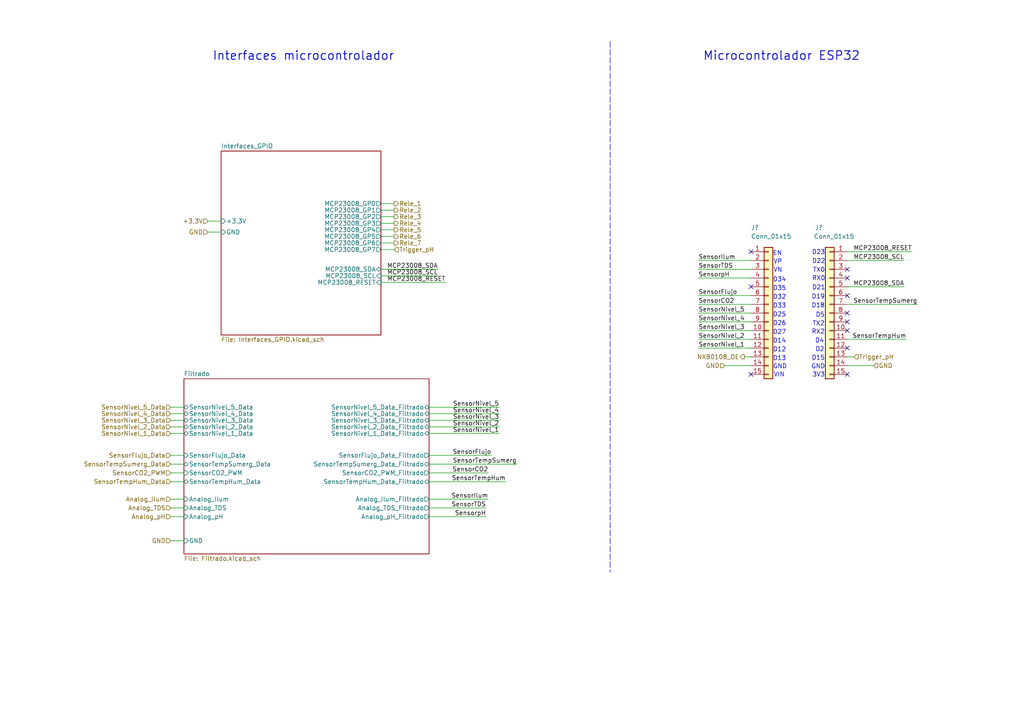
<source format=kicad_sch>
(kicad_sch (version 20211123) (generator eeschema)
  (paper "A4")
  (lib_symbols
    (symbol "Connector_Generic:Conn_01x15" (pin_names (offset 1.016) hide)
      (property "Reference" "J" (at 0 20.32 0))
      (property "Value" "Conn_01x15" (at 0 -20.32 0))
      (symbol "Conn_01x15_1_1"
        (rectangle (start -1.27 -17.653) (end 0 -17.907) (stroke (width 0.1524)))
        (rectangle (start -1.27 -15.113) (end 0 -15.367) (stroke (width 0.1524)))
        (rectangle (start -1.27 -12.573) (end 0 -12.827) (stroke (width 0.1524)))
        (rectangle (start -1.27 -10.033) (end 0 -10.287) (stroke (width 0.1524)))
        (rectangle (start -1.27 -7.493) (end 0 -7.747) (stroke (width 0.1524)))
        (rectangle (start -1.27 -4.953) (end 0 -5.207) (stroke (width 0.1524)))
        (rectangle (start -1.27 -2.413) (end 0 -2.667) (stroke (width 0.1524)))
        (rectangle (start -1.27 0.127) (end 0 -0.127) (stroke (width 0.1524)))
        (rectangle (start -1.27 2.667) (end 0 2.413) (stroke (width 0.1524)))
        (rectangle (start -1.27 5.207) (end 0 4.953) (stroke (width 0.1524)))
        (rectangle (start -1.27 7.747) (end 0 7.493) (stroke (width 0.1524)))
        (rectangle (start -1.27 10.287) (end 0 10.033) (stroke (width 0.1524)))
        (rectangle (start -1.27 12.827) (end 0 12.573) (stroke (width 0.1524)))
        (rectangle (start -1.27 15.367) (end 0 15.113) (stroke (width 0.1524)))
        (rectangle (start -1.27 17.907) (end 0 17.653) (stroke (width 0.1524)))
        (rectangle (start -1.27 19.05) (end 1.27 -19.05) (stroke (width 0.254)) (fill (type background)))
        (pin passive line (at -5.08 17.78 0) (length 3.81) (name "Pin_1") (number "1"))
        (pin passive line (at -5.08 -5.08 0) (length 3.81) (name "Pin_10") (number "10"))
        (pin passive line (at -5.08 -7.62 0) (length 3.81) (name "Pin_11") (number "11"))
        (pin passive line (at -5.08 -10.16 0) (length 3.81) (name "Pin_12") (number "12"))
        (pin passive line (at -5.08 -12.7 0) (length 3.81) (name "Pin_13") (number "13"))
        (pin passive line (at -5.08 -15.24 0) (length 3.81) (name "Pin_14") (number "14"))
        (pin passive line (at -5.08 -17.78 0) (length 3.81) (name "Pin_15") (number "15"))
        (pin passive line (at -5.08 15.24 0) (length 3.81) (name "Pin_2") (number "2"))
        (pin passive line (at -5.08 12.7 0) (length 3.81) (name "Pin_3") (number "3"))
        (pin passive line (at -5.08 10.16 0) (length 3.81) (name "Pin_4") (number "4"))
        (pin passive line (at -5.08 7.62 0) (length 3.81) (name "Pin_5") (number "5"))
        (pin passive line (at -5.08 5.08 0) (length 3.81) (name "Pin_6") (number "6"))
        (pin passive line (at -5.08 2.54 0) (length 3.81) (name "Pin_7") (number "7"))
        (pin passive line (at -5.08 0 0) (length 3.81) (name "Pin_8") (number "8"))
        (pin passive line (at -5.08 -2.54 0) (length 3.81) (name "Pin_9") (number "9"))
      )
    )
  )
  (no_connect (at 245.745 108.585))
  (no_connect (at 217.805 108.585))
  (no_connect (at 245.745 80.645))
  (no_connect (at 245.745 78.105))
  (no_connect (at 245.745 85.725))
  (no_connect (at 245.745 100.965))
  (no_connect (at 245.745 95.885))
  (no_connect (at 245.745 93.345))
  (no_connect (at 245.745 90.805))
  (no_connect (at 217.805 83.185))
  (no_connect (at 217.805 73.025))
  (wire (pts (xy 217.805 88.265) (xy 202.565 88.265)))
  (wire (pts (xy 49.53 134.62) (xy 53.34 134.62)))
  (wire (pts (xy 313.69 107.95) (xy 321.31 107.95)))
  (wire (pts (xy 110.49 81.915) (xy 129.2352 81.8896)))
  (wire (pts (xy 124.46 134.62) (xy 149.86 134.62)))
  (wire (pts (xy 110.49 72.39) (xy 114.3 72.39)))
  (wire (pts (xy 124.46 139.7) (xy 146.685 139.7)))
  (wire (pts (xy 124.46 137.16) (xy 141.605 137.16)))
  (wire (pts (xy 314.96 137.795) (xy 322.58 137.795)))
  (wire (pts (xy 49.53 139.7) (xy 53.34 139.7)))
  (wire (pts (xy 245.745 73.025) (xy 264.4902 72.9996)))
  (wire (pts (xy 253.365 106.045) (xy 245.745 106.045)))
  (wire (pts (xy 202.565 78.105) (xy 217.805 78.105)))
  (wire (pts (xy 124.46 125.73) (xy 144.78 125.73)))
  (wire (pts (xy 245.745 88.265) (xy 266.065 88.265)))
  (wire (pts (xy 217.805 95.885) (xy 202.565 95.885)))
  (wire (pts (xy 124.46 120.015) (xy 144.78 120.015)))
  (wire (pts (xy 314.96 142.875) (xy 322.58 142.875)))
  (wire (pts (xy 114.3 62.865) (xy 110.49 62.865)))
  (wire (pts (xy 114.3 60.96) (xy 110.49 60.96)))
  (wire (pts (xy 245.745 103.505) (xy 247.65 103.505)))
  (wire (pts (xy 114.3 59.055) (xy 110.49 59.055)))
  (wire (pts (xy 314.325 120.65) (xy 321.945 120.65)))
  (wire (pts (xy 217.805 100.965) (xy 202.565 100.965)))
  (wire (pts (xy 114.3 64.77) (xy 110.49 64.77)))
  (wire (pts (xy 314.96 140.335) (xy 322.58 140.335)))
  (wire (pts (xy 313.69 105.41) (xy 321.31 105.41)))
  (wire (pts (xy 202.565 80.645) (xy 217.805 80.645)))
  (wire (pts (xy 124.46 149.86) (xy 140.97 149.86)))
  (wire (pts (xy 124.46 118.11) (xy 144.78 118.11)))
  (wire (pts (xy 313.69 102.87) (xy 321.31 102.87)))
  (wire (pts (xy 314.96 157.48) (xy 322.58 157.48)))
  (wire (pts (xy 311.15 52.07) (xy 318.77 52.07)))
  (wire (pts (xy 314.96 135.255) (xy 322.58 135.255)))
  (wire (pts (xy 110.49 80.01) (xy 127 80.01)))
  (wire (pts (xy 49.53 149.86) (xy 53.34 149.86)))
  (polyline (pts (xy 176.9618 12.0396) (xy 176.9618 166.0144)))
  (wire (pts (xy 314.96 154.305) (xy 322.58 154.305)))
  (wire (pts (xy 124.46 147.32) (xy 140.97 147.32)))
  (wire (pts (xy 245.745 83.185) (xy 262.255 83.185)))
  (wire (pts (xy 245.745 75.565) (xy 262.255 75.565)))
  (wire (pts (xy 311.15 55.88) (xy 318.77 55.88)))
  (wire (pts (xy 311.785 63.5) (xy 319.405 63.5)))
  (wire (pts (xy 49.53 132.08) (xy 53.34 132.08)))
  (wire (pts (xy 49.53 156.845) (xy 53.34 156.845)))
  (wire (pts (xy 314.96 147.955) (xy 322.58 147.955)))
  (wire (pts (xy 49.53 147.32) (xy 53.34 147.32)))
  (wire (pts (xy 217.805 98.425) (xy 202.565 98.425)))
  (wire (pts (xy 210.185 106.045) (xy 217.805 106.045)))
  (wire (pts (xy 124.46 121.92) (xy 144.78 121.92)))
  (wire (pts (xy 49.53 123.825) (xy 53.34 123.825)))
  (wire (pts (xy 114.3 70.485) (xy 110.49 70.485)))
  (wire (pts (xy 314.96 150.495) (xy 322.58 150.495)))
  (wire (pts (xy 49.53 118.11) (xy 53.34 118.11)))
  (wire (pts (xy 49.53 121.92) (xy 53.34 121.92)))
  (wire (pts (xy 217.805 90.805) (xy 202.565 90.805)))
  (wire (pts (xy 114.3 68.58) (xy 110.49 68.58)))
  (wire (pts (xy 60.325 67.31) (xy 64.135 67.31)))
  (wire (pts (xy 311.15 59.69) (xy 318.77 59.69)))
  (wire (pts (xy 217.805 85.725) (xy 202.565 85.725)))
  (wire (pts (xy 49.53 120.015) (xy 53.34 120.015)))
  (wire (pts (xy 110.49 78.105) (xy 127 78.105)))
  (wire (pts (xy 202.565 75.565) (xy 217.805 75.565)))
  (wire (pts (xy 314.96 145.415) (xy 322.58 145.415)))
  (wire (pts (xy 124.46 144.78) (xy 141.605 144.78)))
  (wire (pts (xy 311.785 67.31) (xy 319.405 67.31)))
  (wire (pts (xy 314.325 117.475) (xy 321.945 117.475)))
  (wire (pts (xy 124.46 123.825) (xy 144.78 123.825)))
  (wire (pts (xy 114.3 66.675) (xy 110.49 66.675)))
  (wire (pts (xy 49.53 144.78) (xy 53.34 144.78)))
  (wire (pts (xy 245.745 98.425) (xy 262.89 98.425)))
  (wire (pts (xy 311.15 47.625) (xy 318.77 47.625)))
  (wire (pts (xy 49.53 125.73) (xy 53.34 125.73)))
  (wire (pts (xy 217.805 103.505) (xy 215.9 103.505)))
  (wire (pts (xy 124.46 132.08) (xy 142.5194 132.08)))
  (wire (pts (xy 217.805 93.345) (xy 202.565 93.345)))
  (wire (pts (xy 60.325 64.135) (xy 64.135 64.135)))
  (wire (pts (xy 49.53 137.16) (xy 53.34 137.16)))
  (wire (pts (xy 311.785 71.12) (xy 319.405 71.12)))
  (text "D35" (at 224.155 84.455 0) (effects (font (size 1.27 1.27)) (justify left bottom)))
  (text "EN" (at 224.155 74.295 0) (effects (font (size 1.27 1.27)) (justify left bottom)))
  (text "VP" (at 224.3074 76.7334 0) (effects (font (size 1.27 1.27)) (justify left bottom)))
  (text "RX2" (at 235.3818 97.0788 0) (effects (font (size 1.27 1.27)) (justify left bottom)))
  (text "3V3" (at 235.585 109.5248 0) (effects (font (size 1.27 1.27)) (justify left bottom)))
  (text "D34" (at 224.155 81.915 0) (effects (font (size 1.27 1.27)) (justify left bottom)))
  (text "D19" (at 235.3818 86.8934 0) (effects (font (size 1.27 1.27)) (justify left bottom)))
  (text "Esta lista de I/O es para asociar los\nsensores y actuadores que tienen que ir\na pines proximos del ESP32" (at 350.52 100.33 0) (effects (font (size 1.27 1.27)) (justify left bottom)))
  (text "Microcontrolador ESP32" (at 203.835 17.78 0) (effects (font (size 2.5 2.5) (thickness 0.254) bold) (justify left bottom)))
  (text "RX0" (at 235.5088 81.5848 0) (effects (font (size 1.27 1.27)) (justify left bottom)))
  (text "D12" (at 224.155 102.235 0) (effects (font (size 1.27 1.27)) (justify left bottom)))
  (text "D18" (at 235.3564 89.4588 0) (effects (font (size 1.27 1.27)) (justify left bottom)))
  (text "D32" (at 224.155 86.995 0) (effects (font (size 1.27 1.27)) (justify left bottom)))
  (text "Interfaces microcontrolador" (at 61.595 17.78 0) (effects (font (size 2.5 2.5) (thickness 0.254) bold) (justify left bottom)))
  (text "D27" (at 224.155 97.155 0) (effects (font (size 1.27 1.27)) (justify left bottom)))
  (text "D5" (at 236.5502 92.1766 0) (effects (font (size 1.27 1.27)) (justify left bottom)))
  (text "D25" (at 224.155 92.075 0) (effects (font (size 1.27 1.27)) (justify left bottom)))
  (text "D13" (at 224.155 104.775 0) (effects (font (size 1.27 1.27)) (justify left bottom)))
  (text "VIN" (at 224.3836 109.4994 0) (effects (font (size 1.27 1.27)) (justify left bottom)))
  (text "D26" (at 224.155 94.615 0) (effects (font (size 1.27 1.27)) (justify left bottom)))
  (text "D4" (at 236.3724 99.6696 0) (effects (font (size 1.27 1.27)) (justify left bottom)))
  (text "D23" (at 235.458 74.0156 0) (effects (font (size 1.27 1.27)) (justify left bottom)))
  (text "D22" (at 235.5088 76.6064 0) (effects (font (size 1.27 1.27)) (justify left bottom)))
  (text "VN" (at 224.3074 79.1464 0) (effects (font (size 1.27 1.27)) (justify left bottom)))
  (text "D15" (at 235.3818 104.6734 0) (effects (font (size 1.27 1.27)) (justify left bottom)))
  (text "GND" (at 224.1804 107.1118 0) (effects (font (size 1.27 1.27)) (justify left bottom)))
  (text "TX0" (at 235.7374 79.1464 0) (effects (font (size 1.27 1.27)) (justify left bottom)))
  (text "D21" (at 235.5088 84.2518 0) (effects (font (size 1.27 1.27)) (justify left bottom)))
  (text "D33" (at 224.155 89.535 0) (effects (font (size 1.27 1.27)) (justify left bottom)))
  (text "D14" (at 224.155 99.695 0) (effects (font (size 1.27 1.27)) (justify left bottom)))
  (text "D2" (at 236.4486 102.1588 0) (effects (font (size 1.27 1.27)) (justify left bottom)))
  (text "GND" (at 235.2802 107.1372 0) (effects (font (size 1.27 1.27)) (justify left bottom)))
  (text "TX2" (at 235.6358 94.6912 0) (effects (font (size 1.27 1.27)) (justify left bottom)))
  (label "SensorTempSumerg" (at 149.86 134.62 180))
  (label "SensorCO2" (at 202.565 88.265 0))
  (label "MCP23008_RESET" (at 129.2352 81.8896 180))
  (label "MCP23008_SCL" (at 127 80.01 180))
  (label "SensorTDS" (at 202.565 78.105 0))
  (label "SensorNivel_4" (at 144.78 120.015 180))
  (label "SensorNivel_2" (at 144.78 123.825 180))
  (label "SensorTDS" (at 140.97 147.32 180))
  (label "SensorIlum" (at 141.605 144.78 180))
  (label "SensorTempSumerg" (at 266.065 88.265 180))
  (label "SensorNivel_2" (at 202.565 98.425 0))
  (label "SensorpH" (at 202.565 80.645 0))
  (label "SensorNivel_1" (at 144.78 125.73 180))
  (label "MCP23008_SCL" (at 262.255 75.565 180))
  (label "SensorpH" (at 140.97 149.86 180))
  (label "SensorTempHum" (at 146.685 139.7 180))
  (label "SensorFlujo" (at 202.565 85.725 0))
  (label "MCP23008_RESET" (at 264.4902 72.9996 180))
  (label "SensorFlujo" (at 142.5194 132.08 180))
  (label "SensorCO2" (at 141.605 137.16 180))
  (label "SensorNivel_3" (at 202.565 95.885 0))
  (label "SensorNivel_5" (at 144.78 118.11 180))
  (label "SensorTempHum" (at 262.89 98.425 180))
  (label "SensorIlum" (at 202.565 75.565 0))
  (label "MCP23008_SDA" (at 262.255 83.185 180))
  (label "SensorNivel_4" (at 202.565 93.345 0))
  (label "SensorNivel_1" (at 202.565 100.965 0))
  (label "SensorNivel_3" (at 144.78 121.92 180))
  (label "MCP23008_SDA" (at 127 78.105 180))
  (label "SensorNivel_5" (at 202.565 90.805 0))
  (hierarchical_label "Trigger_pH" (shape input) (at 322.58 157.48 0))
  (hierarchical_label "Data_SensorCO2" (shape output) (at 322.58 147.955 0))
  (hierarchical_label "Trigger_pH" (shape input) (at 247.65 103.505 0))
  (hierarchical_label "Data_SensorNivel_3" (shape output) (at 322.58 140.335 0))
  (hierarchical_label "+3,3V" (shape input) (at 60.325 64.135 180))
  (hierarchical_label "Data_SensorNivel_4" (shape output) (at 322.58 137.795 0))
  (hierarchical_label "SensorNivel_3_Data" (shape input) (at 49.53 121.92 180))
  (hierarchical_label "SensorNivel_4_Data" (shape input) (at 49.53 120.015 180))
  (hierarchical_label "SensorTempHum_Data" (shape input) (at 49.53 139.7 180))
  (hierarchical_label "Rele_4_Control" (shape output) (at 318.77 59.69 0))
  (hierarchical_label "Ilum_Analog" (shape output) (at 321.31 102.87 0))
  (hierarchical_label "Analog_pH" (shape input) (at 321.31 105.41 0))
  (hierarchical_label "Rele_3" (shape output) (at 114.3 62.865 0))
  (hierarchical_label "Data_SensorFlujo" (shape output) (at 322.58 150.495 0))
  (hierarchical_label "GND" (shape input) (at 210.185 106.045 180))
  (hierarchical_label "Rele_3_Control" (shape output) (at 318.77 55.88 0))
  (hierarchical_label "TDS_Analog" (shape output) (at 321.31 107.95 0))
  (hierarchical_label "GND" (shape input) (at 253.365 106.045 0))
  (hierarchical_label "SensorFlujo_Data" (shape input) (at 49.53 132.08 180))
  (hierarchical_label "Data_SensorNivel_1" (shape output) (at 322.58 145.415 0))
  (hierarchical_label "Trigger_pH" (shape input) (at 114.3 72.39 0))
  (hierarchical_label "SensorNivel_1_Data" (shape input) (at 49.53 125.73 180))
  (hierarchical_label "Rele_6" (shape output) (at 114.3 68.58 0))
  (hierarchical_label "Rele_4" (shape output) (at 114.3 64.77 0))
  (hierarchical_label "Data_SensorNivel_5" (shape output) (at 322.58 135.255 0))
  (hierarchical_label "Rele_5_Control" (shape output) (at 319.405 63.5 0))
  (hierarchical_label "NXB0108_OE" (shape output) (at 322.58 154.305 0))
  (hierarchical_label "Data_SensorTempSumerg" (shape output) (at 321.945 117.475 0))
  (hierarchical_label "Data_SensorNivel_2" (shape output) (at 322.58 142.875 0))
  (hierarchical_label "Analog_TDS" (shape input) (at 49.53 147.32 180))
  (hierarchical_label "Data_SensorTempHum" (shape output) (at 321.945 120.65 0))
  (hierarchical_label "Rele_7_Control" (shape output) (at 319.405 71.12 0))
  (hierarchical_label "NXB0108_OE" (shape output) (at 215.9 103.505 180))
  (hierarchical_label "Rele_1_Control" (shape output) (at 318.77 47.625 0))
  (hierarchical_label "Analog_Ilum" (shape input) (at 49.53 144.78 180))
  (hierarchical_label "SensorTempSumerg_Data" (shape input) (at 49.53 134.62 180))
  (hierarchical_label "GND" (shape input) (at 60.325 67.31 180))
  (hierarchical_label "Rele_2_Control" (shape output) (at 318.77 52.07 0))
  (hierarchical_label "Rele_1" (shape output) (at 114.3 59.055 0))
  (hierarchical_label "Rele_6_Control" (shape output) (at 319.405 67.31 0))
  (hierarchical_label "Rele_2" (shape output) (at 114.3 60.96 0))
  (hierarchical_label "GND" (shape input) (at 49.53 156.845 180))
  (hierarchical_label "SensorNivel_5_Data" (shape input) (at 49.53 118.11 180))
  (hierarchical_label "SensorNivel_2_Data" (shape input) (at 49.53 123.825 180))
  (hierarchical_label "SensorCO2_PWM" (shape input) (at 49.53 137.16 180))
  (hierarchical_label "Rele_7" (shape output) (at 114.3 70.485 0))
  (hierarchical_label "Rele_5" (shape output) (at 114.3 66.675 0))
  (hierarchical_label "Analog_pH" (shape input) (at 49.53 149.86 180))
  (symbol (lib_id "Connector_Generic:Conn_01x15") (at 222.885 90.805 0) (unit 1)
    (property "Reference" "J?" (at 217.805 66.04 0) (effects (justify left)))
    (property "Value" "Conn_01x15" (at 217.805 68.58 0) (effects (justify left)))
  )
  (symbol (lib_id "Connector_Generic:Conn_01x15") (at 240.665 90.805 0) (mirror y) (unit 1)
    (property "Reference" "J?" (at 237.49 66.04 0))
    (property "Value" "Conn_01x15" (at 241.935 68.58 0))
    (property "Footprint" "Connector_JST:JST_SUR_SM08B-SURS-TF_1x08-1MP_P0.80mm_Horizontal" (effects hide))
  )
  (sheet (at 64.135 43.815) (size 46.355 53.34) (stroke (width 0.1524))
    (property "Sheet name" "Interfaces_GPIO" (at 64.135 43.1034 0) (effects (justify left bottom)))
    (property "Sheet file" "Interfaces_GPIO.kicad_sch" (at 64.135 97.7396 0) (effects (justify left top)))
    (pin "+3,3V" input (at 64.135 64.135 180))
    (pin "GND" input (at 64.135 67.31 180))
    (pin "MCP23008_GP3" output (at 110.49 64.77 0))
    (pin "MCP23008_GP2" output (at 110.49 62.865 0))
    (pin "MCP23008_GP0" output (at 110.49 59.055 0))
    (pin "MCP23008_GP1" output (at 110.49 60.96 0))
    (pin "MCP23008_GP4" output (at 110.49 66.675 0))
    (pin "MCP23008_GP5" output (at 110.49 68.58 0))
    (pin "MCP23008_GP6" output (at 110.49 70.485 0))
    (pin "MCP23008_GP7" output (at 110.49 72.39 0))
    (pin "MCP23008_SDA" bidirectional (at 110.49 78.105 0))
    (pin "MCP23008_SCL" input (at 110.49 80.01 0))
    (pin "MCP23008_RESET" input (at 110.49 81.915 0))
  )
  (sheet (at 53.34 109.855) (size 71.12 50.8) (stroke (width 0.1524))
    (property "Sheet name" "Filtrado" (at 53.34 109.1434 0) (effects (justify left bottom)))
    (property "Sheet file" "Filtrado.kicad_sch" (at 53.34 161.2396 0) (effects (justify left top)))
    (pin "GND" input (at 53.34 156.845 180))
    (pin "SensorCO2_PWM_Filtrado" output (at 124.46 137.16 0))
    (pin "Analog_Ilum_Filtrado" output (at 124.46 144.78 0))
    (pin "SensorCO2_PWM" input (at 53.34 137.16 180))
    (pin "Analog_Ilum" input (at 53.34 144.78 180))
    (pin "SensorFlujo_Data" input (at 53.34 132.08 180))
    (pin "SensorFlujo_Data_Filtrado" output (at 124.46 132.08 0))
    (pin "Analog_TDS_Filtrado" output (at 124.46 147.32 0))
    (pin "Analog_TDS" input (at 53.34 147.32 180))
    (pin "Analog_pH" input (at 53.34 149.86 180))
    (pin "Analog_pH_Filtrado" output (at 124.46 149.86 0))
    (pin "SensorTempHum_Data_Filtrado" bidirectional (at 124.46 139.7 0))
    (pin "SensorTempSumerg_Data_Filtrado" bidirectional (at 124.46 134.62 0))
    (pin "SensorNivel_3_Data_Filtrado" bidirectional (at 124.46 121.92 0))
    (pin "SensorNivel_3_Data" bidirectional (at 53.34 121.92 180))
    (pin "SensorTempHum_Data" bidirectional (at 53.34 139.7 180))
    (pin "SensorTempSumerg_Data" bidirectional (at 53.34 134.62 180))
    (pin "SensorNivel_5_Data_Filtrado" bidirectional (at 124.46 118.11 0))
    (pin "SensorNivel_2_Data" bidirectional (at 53.34 123.825 180))
    (pin "SensorNivel_2_Data_Filtrado" bidirectional (at 124.46 123.825 0))
    (pin "SensorNivel_5_Data" bidirectional (at 53.34 118.11 180))
    (pin "SensorNivel_4_Data" bidirectional (at 53.34 120.015 180))
    (pin "SensorNivel_1_Data" bidirectional (at 53.34 125.73 180))
    (pin "SensorNivel_1_Data_Filtrado" bidirectional (at 124.46 125.73 0))
    (pin "SensorNivel_4_Data_Filtrado" bidirectional (at 124.46 120.015 0))
  )
)
</source>
